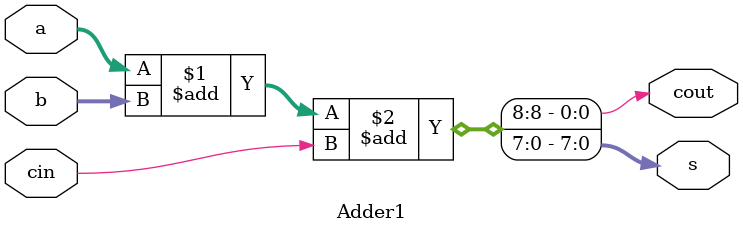
<source format=v>
/*
Arithmetic Logic Unit
decides what arithmentic operation to perform

ALU
00--> addition
01-->subtraction
10--> anded
11--> not B

also detects overflow
overflow code for ss6

Name: Varunraj Rana
Date: October 29th, 2018
*/

module ALU(Ain,Bin,ALUop,out,Z);
    input [15:0] Ain,Bin;
    input [1:0] ALUop;
    output [15:0] out;
    output [2:0] Z;

    reg [15:0] out;
    wire ovf;
    wire[15:0] sout;

    AddSub #(16) overflow(Ain,Bin,1'b1,sout,ovf);
    assign Z= {((out==16'b0) ? 1'b1 : 1'b0),ovf,out[15]};    //zero flag, overflow flag, negative flag
    
    always @(*) begin
        case (ALUop)
            2'b00 : out = Ain + Bin;
            2'b01 : out = Ain - Bin;
            2'b10 : out = Ain & Bin;
            2'b11 : out = ~Bin;
        endcase
    end
endmodule

//Adder from ss6
module AddSub(a,b,sub,s,ovf);
  parameter n = 8;
  input [n-1:0] a, b; //inputs 
  input sub ; //subtract if sub = 1, add otherwise 
  output [n-1:0] s;
  output ovf;  //ovf is 1 if overflow 
  wire c1, c2;

  assign ovf = c1 ^ c2; //overflow if signs don't match 

  //add non sign bits
  Adder1 #(n-1) ai(a[n-2:0],b[n-2:0]^{n-1{sub}},sub,c1,s[n-2:0]);
  //add sign bits
  Adder1 #(1) as(a[n-1],b[n-1]^sub,c1,c2,s[n-1]);
endmodule 

//Adder from ss6
module Adder1(a,b,cin,cout,s);
  parameter n = 8;
  input [n-1:0] a, b;
  input cin ;
  output [n-1:0] s;
  output cout;

  assign {cout, s} = a + b + cin;
endmodule
</source>
